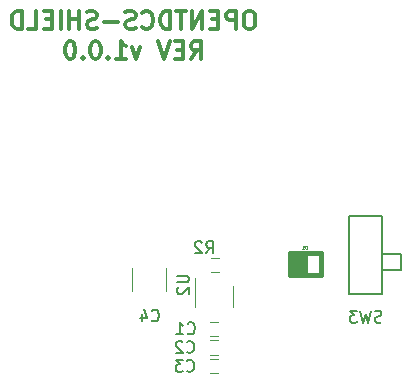
<source format=gbr>
%TF.GenerationSoftware,KiCad,Pcbnew,(5.1.10)-1*%
%TF.CreationDate,2022-09-07T09:41:17-03:00*%
%TF.ProjectId,OpenBCI_Wifi_Shield,4f70656e-4243-4495-9f57-6966695f5368,v1.0.0*%
%TF.SameCoordinates,Original*%
%TF.FileFunction,Legend,Bot*%
%TF.FilePolarity,Positive*%
%FSLAX46Y46*%
G04 Gerber Fmt 4.6, Leading zero omitted, Abs format (unit mm)*
G04 Created by KiCad (PCBNEW (5.1.10)-1) date 2022-09-07 09:41:17*
%MOMM*%
%LPD*%
G01*
G04 APERTURE LIST*
%ADD10C,0.300000*%
%ADD11C,0.120000*%
%ADD12C,0.381000*%
%ADD13C,0.150000*%
%ADD14C,0.074930*%
%ADD15C,0.076200*%
G04 APERTURE END LIST*
D10*
X127275285Y-75450571D02*
X126989571Y-75450571D01*
X126846714Y-75522000D01*
X126703857Y-75664857D01*
X126632428Y-75950571D01*
X126632428Y-76450571D01*
X126703857Y-76736285D01*
X126846714Y-76879142D01*
X126989571Y-76950571D01*
X127275285Y-76950571D01*
X127418142Y-76879142D01*
X127561000Y-76736285D01*
X127632428Y-76450571D01*
X127632428Y-75950571D01*
X127561000Y-75664857D01*
X127418142Y-75522000D01*
X127275285Y-75450571D01*
X125989571Y-76950571D02*
X125989571Y-75450571D01*
X125418142Y-75450571D01*
X125275285Y-75522000D01*
X125203857Y-75593428D01*
X125132428Y-75736285D01*
X125132428Y-75950571D01*
X125203857Y-76093428D01*
X125275285Y-76164857D01*
X125418142Y-76236285D01*
X125989571Y-76236285D01*
X124489571Y-76164857D02*
X123989571Y-76164857D01*
X123775285Y-76950571D02*
X124489571Y-76950571D01*
X124489571Y-75450571D01*
X123775285Y-75450571D01*
X123132428Y-76950571D02*
X123132428Y-75450571D01*
X122275285Y-76950571D01*
X122275285Y-75450571D01*
X121775285Y-75450571D02*
X120918142Y-75450571D01*
X121346714Y-76950571D02*
X121346714Y-75450571D01*
X120418142Y-76950571D02*
X120418142Y-75450571D01*
X120061000Y-75450571D01*
X119846714Y-75522000D01*
X119703857Y-75664857D01*
X119632428Y-75807714D01*
X119561000Y-76093428D01*
X119561000Y-76307714D01*
X119632428Y-76593428D01*
X119703857Y-76736285D01*
X119846714Y-76879142D01*
X120061000Y-76950571D01*
X120418142Y-76950571D01*
X118061000Y-76807714D02*
X118132428Y-76879142D01*
X118346714Y-76950571D01*
X118489571Y-76950571D01*
X118703857Y-76879142D01*
X118846714Y-76736285D01*
X118918142Y-76593428D01*
X118989571Y-76307714D01*
X118989571Y-76093428D01*
X118918142Y-75807714D01*
X118846714Y-75664857D01*
X118703857Y-75522000D01*
X118489571Y-75450571D01*
X118346714Y-75450571D01*
X118132428Y-75522000D01*
X118061000Y-75593428D01*
X117489571Y-76879142D02*
X117275285Y-76950571D01*
X116918142Y-76950571D01*
X116775285Y-76879142D01*
X116703857Y-76807714D01*
X116632428Y-76664857D01*
X116632428Y-76522000D01*
X116703857Y-76379142D01*
X116775285Y-76307714D01*
X116918142Y-76236285D01*
X117203857Y-76164857D01*
X117346714Y-76093428D01*
X117418142Y-76022000D01*
X117489571Y-75879142D01*
X117489571Y-75736285D01*
X117418142Y-75593428D01*
X117346714Y-75522000D01*
X117203857Y-75450571D01*
X116846714Y-75450571D01*
X116632428Y-75522000D01*
X115989571Y-76379142D02*
X114846714Y-76379142D01*
X114203857Y-76879142D02*
X113989571Y-76950571D01*
X113632428Y-76950571D01*
X113489571Y-76879142D01*
X113418142Y-76807714D01*
X113346714Y-76664857D01*
X113346714Y-76522000D01*
X113418142Y-76379142D01*
X113489571Y-76307714D01*
X113632428Y-76236285D01*
X113918142Y-76164857D01*
X114061000Y-76093428D01*
X114132428Y-76022000D01*
X114203857Y-75879142D01*
X114203857Y-75736285D01*
X114132428Y-75593428D01*
X114061000Y-75522000D01*
X113918142Y-75450571D01*
X113561000Y-75450571D01*
X113346714Y-75522000D01*
X112703857Y-76950571D02*
X112703857Y-75450571D01*
X112703857Y-76164857D02*
X111846714Y-76164857D01*
X111846714Y-76950571D02*
X111846714Y-75450571D01*
X111132428Y-76950571D02*
X111132428Y-75450571D01*
X110418142Y-76164857D02*
X109918142Y-76164857D01*
X109703857Y-76950571D02*
X110418142Y-76950571D01*
X110418142Y-75450571D01*
X109703857Y-75450571D01*
X108346714Y-76950571D02*
X109061000Y-76950571D01*
X109061000Y-75450571D01*
X107846714Y-76950571D02*
X107846714Y-75450571D01*
X107489571Y-75450571D01*
X107275285Y-75522000D01*
X107132428Y-75664857D01*
X107061000Y-75807714D01*
X106989571Y-76093428D01*
X106989571Y-76307714D01*
X107061000Y-76593428D01*
X107132428Y-76736285D01*
X107275285Y-76879142D01*
X107489571Y-76950571D01*
X107846714Y-76950571D01*
X122168142Y-79500571D02*
X122668142Y-78786285D01*
X123025285Y-79500571D02*
X123025285Y-78000571D01*
X122453857Y-78000571D01*
X122311000Y-78072000D01*
X122239571Y-78143428D01*
X122168142Y-78286285D01*
X122168142Y-78500571D01*
X122239571Y-78643428D01*
X122311000Y-78714857D01*
X122453857Y-78786285D01*
X123025285Y-78786285D01*
X121525285Y-78714857D02*
X121025285Y-78714857D01*
X120811000Y-79500571D02*
X121525285Y-79500571D01*
X121525285Y-78000571D01*
X120811000Y-78000571D01*
X120382428Y-78000571D02*
X119882428Y-79500571D01*
X119382428Y-78000571D01*
X117882428Y-78500571D02*
X117525285Y-79500571D01*
X117168142Y-78500571D01*
X115811000Y-79500571D02*
X116668142Y-79500571D01*
X116239571Y-79500571D02*
X116239571Y-78000571D01*
X116382428Y-78214857D01*
X116525285Y-78357714D01*
X116668142Y-78429142D01*
X115168142Y-79357714D02*
X115096714Y-79429142D01*
X115168142Y-79500571D01*
X115239571Y-79429142D01*
X115168142Y-79357714D01*
X115168142Y-79500571D01*
X114168142Y-78000571D02*
X114025285Y-78000571D01*
X113882428Y-78072000D01*
X113811000Y-78143428D01*
X113739571Y-78286285D01*
X113668142Y-78572000D01*
X113668142Y-78929142D01*
X113739571Y-79214857D01*
X113811000Y-79357714D01*
X113882428Y-79429142D01*
X114025285Y-79500571D01*
X114168142Y-79500571D01*
X114311000Y-79429142D01*
X114382428Y-79357714D01*
X114453857Y-79214857D01*
X114525285Y-78929142D01*
X114525285Y-78572000D01*
X114453857Y-78286285D01*
X114382428Y-78143428D01*
X114311000Y-78072000D01*
X114168142Y-78000571D01*
X113025285Y-79357714D02*
X112953857Y-79429142D01*
X113025285Y-79500571D01*
X113096714Y-79429142D01*
X113025285Y-79357714D01*
X113025285Y-79500571D01*
X112025285Y-78000571D02*
X111882428Y-78000571D01*
X111739571Y-78072000D01*
X111668142Y-78143428D01*
X111596714Y-78286285D01*
X111525285Y-78572000D01*
X111525285Y-78929142D01*
X111596714Y-79214857D01*
X111668142Y-79357714D01*
X111739571Y-79429142D01*
X111882428Y-79500571D01*
X112025285Y-79500571D01*
X112168142Y-79429142D01*
X112239571Y-79357714D01*
X112311000Y-79214857D01*
X112382428Y-78929142D01*
X112382428Y-78572000D01*
X112311000Y-78286285D01*
X112239571Y-78143428D01*
X112168142Y-78072000D01*
X112025285Y-78000571D01*
D11*
%TO.C,C1*%
X123754400Y-102962000D02*
X124454400Y-102962000D01*
X124454400Y-101762000D02*
X123754400Y-101762000D01*
%TO.C,C2*%
X123754400Y-104536800D02*
X124454400Y-104536800D01*
X124454400Y-103336800D02*
X123754400Y-103336800D01*
%TO.C,C3*%
X123754400Y-106111600D02*
X124454400Y-106111600D01*
X124454400Y-104911600D02*
X123754400Y-104911600D01*
%TO.C,R2*%
X123856000Y-97526400D02*
X124556000Y-97526400D01*
X124556000Y-96326400D02*
X123856000Y-96326400D01*
%TO.C,U2*%
X125765200Y-98718800D02*
X125765200Y-100518800D01*
X122545200Y-100518800D02*
X122545200Y-98068800D01*
%TO.C,C4*%
X120093000Y-97171000D02*
X120093000Y-99171000D01*
X117143000Y-99171000D02*
X117143000Y-97171000D01*
D12*
%TO.C,D1*%
X130902860Y-95976440D02*
X130902860Y-97774760D01*
X131851220Y-97774760D02*
X131851220Y-95976440D01*
X131202580Y-97774760D02*
X131202580Y-95976440D01*
X131553100Y-95976440D02*
X131553100Y-97774760D01*
X130601720Y-97774760D02*
X133202680Y-97774760D01*
X133202680Y-97774760D02*
X133202680Y-95976440D01*
X133202680Y-95976440D02*
X130601720Y-95976440D01*
X130601720Y-95976440D02*
X130601720Y-97774760D01*
D13*
%TO.C,SW3*%
X138366100Y-96014900D02*
X139966100Y-96014900D01*
X139966100Y-96014900D02*
X139966100Y-97414900D01*
X139966100Y-97414900D02*
X138366100Y-97414900D01*
X138366100Y-94614900D02*
X138366100Y-92814900D01*
X138366100Y-92814900D02*
X135566100Y-92814900D01*
X135566100Y-92814900D02*
X135566100Y-99414900D01*
X135566100Y-99414900D02*
X138366100Y-99414900D01*
X138366100Y-99414900D02*
X138366100Y-94614900D01*
%TO.C,C1*%
X121896166Y-102719142D02*
X121943785Y-102766761D01*
X122086642Y-102814380D01*
X122181880Y-102814380D01*
X122324738Y-102766761D01*
X122419976Y-102671523D01*
X122467595Y-102576285D01*
X122515214Y-102385809D01*
X122515214Y-102242952D01*
X122467595Y-102052476D01*
X122419976Y-101957238D01*
X122324738Y-101862000D01*
X122181880Y-101814380D01*
X122086642Y-101814380D01*
X121943785Y-101862000D01*
X121896166Y-101909619D01*
X120943785Y-102814380D02*
X121515214Y-102814380D01*
X121229500Y-102814380D02*
X121229500Y-101814380D01*
X121324738Y-101957238D01*
X121419976Y-102052476D01*
X121515214Y-102100095D01*
%TO.C,C2*%
X121832666Y-104306642D02*
X121880285Y-104354261D01*
X122023142Y-104401880D01*
X122118380Y-104401880D01*
X122261238Y-104354261D01*
X122356476Y-104259023D01*
X122404095Y-104163785D01*
X122451714Y-103973309D01*
X122451714Y-103830452D01*
X122404095Y-103639976D01*
X122356476Y-103544738D01*
X122261238Y-103449500D01*
X122118380Y-103401880D01*
X122023142Y-103401880D01*
X121880285Y-103449500D01*
X121832666Y-103497119D01*
X121451714Y-103497119D02*
X121404095Y-103449500D01*
X121308857Y-103401880D01*
X121070761Y-103401880D01*
X120975523Y-103449500D01*
X120927904Y-103497119D01*
X120880285Y-103592357D01*
X120880285Y-103687595D01*
X120927904Y-103830452D01*
X121499333Y-104401880D01*
X120880285Y-104401880D01*
%TO.C,C3*%
X121832666Y-105894142D02*
X121880285Y-105941761D01*
X122023142Y-105989380D01*
X122118380Y-105989380D01*
X122261238Y-105941761D01*
X122356476Y-105846523D01*
X122404095Y-105751285D01*
X122451714Y-105560809D01*
X122451714Y-105417952D01*
X122404095Y-105227476D01*
X122356476Y-105132238D01*
X122261238Y-105037000D01*
X122118380Y-104989380D01*
X122023142Y-104989380D01*
X121880285Y-105037000D01*
X121832666Y-105084619D01*
X121499333Y-104989380D02*
X120880285Y-104989380D01*
X121213619Y-105370333D01*
X121070761Y-105370333D01*
X120975523Y-105417952D01*
X120927904Y-105465571D01*
X120880285Y-105560809D01*
X120880285Y-105798904D01*
X120927904Y-105894142D01*
X120975523Y-105941761D01*
X121070761Y-105989380D01*
X121356476Y-105989380D01*
X121451714Y-105941761D01*
X121499333Y-105894142D01*
%TO.C,R2*%
X123458266Y-95956380D02*
X123791600Y-95480190D01*
X124029695Y-95956380D02*
X124029695Y-94956380D01*
X123648742Y-94956380D01*
X123553504Y-95004000D01*
X123505885Y-95051619D01*
X123458266Y-95146857D01*
X123458266Y-95289714D01*
X123505885Y-95384952D01*
X123553504Y-95432571D01*
X123648742Y-95480190D01*
X124029695Y-95480190D01*
X123077314Y-95051619D02*
X123029695Y-95004000D01*
X122934457Y-94956380D01*
X122696361Y-94956380D01*
X122601123Y-95004000D01*
X122553504Y-95051619D01*
X122505885Y-95146857D01*
X122505885Y-95242095D01*
X122553504Y-95384952D01*
X123124933Y-95956380D01*
X122505885Y-95956380D01*
%TO.C,U2*%
X121007580Y-97856895D02*
X121817104Y-97856895D01*
X121912342Y-97904514D01*
X121959961Y-97952133D01*
X122007580Y-98047371D01*
X122007580Y-98237847D01*
X121959961Y-98333085D01*
X121912342Y-98380704D01*
X121817104Y-98428323D01*
X121007580Y-98428323D01*
X121102819Y-98856895D02*
X121055200Y-98904514D01*
X121007580Y-98999752D01*
X121007580Y-99237847D01*
X121055200Y-99333085D01*
X121102819Y-99380704D01*
X121198057Y-99428323D01*
X121293295Y-99428323D01*
X121436152Y-99380704D01*
X122007580Y-98809276D01*
X122007580Y-99428323D01*
%TO.C,C4*%
X118848166Y-101639642D02*
X118895785Y-101687261D01*
X119038642Y-101734880D01*
X119133880Y-101734880D01*
X119276738Y-101687261D01*
X119371976Y-101592023D01*
X119419595Y-101496785D01*
X119467214Y-101306309D01*
X119467214Y-101163452D01*
X119419595Y-100972976D01*
X119371976Y-100877738D01*
X119276738Y-100782500D01*
X119133880Y-100734880D01*
X119038642Y-100734880D01*
X118895785Y-100782500D01*
X118848166Y-100830119D01*
X117991023Y-101068214D02*
X117991023Y-101734880D01*
X118229119Y-100687261D02*
X118467214Y-101401547D01*
X117848166Y-101401547D01*
%TO.C,D1*%
D14*
X132023421Y-95611187D02*
X132023421Y-95311467D01*
X131952060Y-95311467D01*
X131909242Y-95325740D01*
X131880698Y-95354284D01*
X131866425Y-95382829D01*
X131852153Y-95439919D01*
X131852153Y-95482736D01*
X131866425Y-95539825D01*
X131880698Y-95568370D01*
X131909242Y-95596915D01*
X131952060Y-95611187D01*
X132023421Y-95611187D01*
X131566705Y-95611187D02*
X131737974Y-95611187D01*
X131652340Y-95611187D02*
X131652340Y-95311467D01*
X131680884Y-95354284D01*
X131709429Y-95382829D01*
X131737974Y-95397101D01*
D15*
%TO.C,SW3*%
D13*
X138290133Y-101776161D02*
X138147276Y-101823780D01*
X137909180Y-101823780D01*
X137813942Y-101776161D01*
X137766323Y-101728542D01*
X137718704Y-101633304D01*
X137718704Y-101538066D01*
X137766323Y-101442828D01*
X137813942Y-101395209D01*
X137909180Y-101347590D01*
X138099657Y-101299971D01*
X138194895Y-101252352D01*
X138242514Y-101204733D01*
X138290133Y-101109495D01*
X138290133Y-101014257D01*
X138242514Y-100919019D01*
X138194895Y-100871400D01*
X138099657Y-100823780D01*
X137861561Y-100823780D01*
X137718704Y-100871400D01*
X137385371Y-100823780D02*
X137147276Y-101823780D01*
X136956800Y-101109495D01*
X136766323Y-101823780D01*
X136528228Y-100823780D01*
X136242514Y-100823780D02*
X135623466Y-100823780D01*
X135956800Y-101204733D01*
X135813942Y-101204733D01*
X135718704Y-101252352D01*
X135671085Y-101299971D01*
X135623466Y-101395209D01*
X135623466Y-101633304D01*
X135671085Y-101728542D01*
X135718704Y-101776161D01*
X135813942Y-101823780D01*
X136099657Y-101823780D01*
X136194895Y-101776161D01*
X136242514Y-101728542D01*
%TD*%
M02*

</source>
